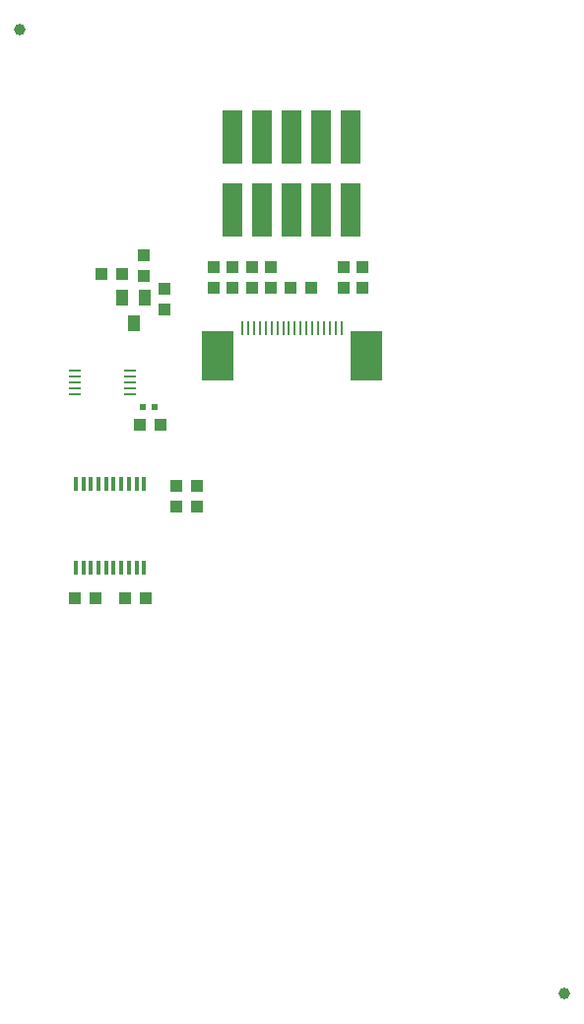
<source format=gbr>
%TF.GenerationSoftware,KiCad,Pcbnew,7.0.9-7.0.9~ubuntu22.04.1*%
%TF.CreationDate,2025-03-11T13:54:09+02:00*%
%TF.ProjectId,MOD-LCD2.8RTP_Rev_D,4d4f442d-4c43-4443-922e-385254505f52,D*%
%TF.SameCoordinates,PX2aea540PY8677d40*%
%TF.FileFunction,Paste,Top*%
%TF.FilePolarity,Positive*%
%FSLAX46Y46*%
G04 Gerber Fmt 4.6, Leading zero omitted, Abs format (unit mm)*
G04 Created by KiCad (PCBNEW 7.0.9-7.0.9~ubuntu22.04.1) date 2025-03-11 13:54:09*
%MOMM*%
%LPD*%
G01*
G04 APERTURE LIST*
G04 Aperture macros list*
%AMOutline4P*
0 Free polygon, 4 corners , with rotation*
0 The origin of the aperture is its center*
0 number of corners: always 4*
0 $1 to $8 corner X, Y*
0 $9 Rotation angle, in degrees counterclockwise*
0 create outline with 4 corners*
4,1,4,$1,$2,$3,$4,$5,$6,$7,$8,$1,$2,$9*%
G04 Aperture macros list end*
%ADD10R,1.016000X1.016000*%
%ADD11R,1.000000X1.400000*%
%ADD12R,0.325000X1.270000*%
%ADD13R,0.500000X0.550000*%
%ADD14R,0.980000X0.230000*%
%ADD15Outline4P,-0.850000X-2.275000X0.850000X-2.275000X0.850000X2.275000X-0.850000X2.275000X0.000000*%
%ADD16C,1.000000*%
%ADD17R,2.700000X4.300000*%
%ADD18R,0.230000X1.200000*%
G04 APERTURE END LIST*
D10*
%TO.C,C1*%
X24850000Y62260000D03*
X26628000Y62260000D03*
%TD*%
%TO.C,C2*%
X6308000Y35590000D03*
X8086000Y35590000D03*
%TD*%
%TO.C,C3*%
X8594000Y63403000D03*
X10372000Y63403000D03*
%TD*%
D11*
%TO.C,FET1*%
X12337960Y61383440D03*
X10435500Y61383440D03*
X11390540Y59173640D03*
%TD*%
D10*
%TO.C,R1*%
X23199000Y64038000D03*
X23199000Y62260000D03*
%TD*%
%TO.C,R2*%
X21548000Y64038000D03*
X21548000Y62260000D03*
%TD*%
%TO.C,R3*%
X19897000Y64038000D03*
X19897000Y62260000D03*
%TD*%
%TO.C,R4*%
X18246000Y64038000D03*
X18246000Y62260000D03*
%TD*%
D12*
%TO.C,U1*%
X6431000Y38193500D03*
X7081000Y38193500D03*
X7731000Y38193500D03*
X8381000Y38193500D03*
X9031000Y38193500D03*
X9681000Y38193500D03*
X10331000Y38193500D03*
X10981000Y38193500D03*
X11631000Y38193500D03*
X12281000Y38193500D03*
X12281000Y45432500D03*
X11631000Y45432500D03*
X10981000Y45432500D03*
X10331000Y45432500D03*
X9681000Y45432500D03*
X9031000Y45432500D03*
X8381000Y45432500D03*
X7731000Y45432500D03*
X7081000Y45432500D03*
X6431000Y45432500D03*
%TD*%
D10*
%TO.C,R7*%
X10626000Y35590000D03*
X12404000Y35590000D03*
%TD*%
%TO.C,R8*%
X15071000Y43464000D03*
X16849000Y43464000D03*
%TD*%
%TO.C,R9*%
X15071000Y45242000D03*
X16849000Y45242000D03*
%TD*%
%TO.C,R5*%
X12277000Y65054000D03*
X12277000Y63276000D03*
%TD*%
%TO.C,R6*%
X14055000Y60355000D03*
X14055000Y62133000D03*
%TD*%
%TO.C,C4*%
X29422000Y62260000D03*
X29422000Y64038000D03*
%TD*%
%TO.C,R10*%
X31073000Y64038000D03*
X31073000Y62260000D03*
%TD*%
D13*
%TO.C,C5*%
X12150000Y51973000D03*
X13166000Y51973000D03*
%TD*%
D10*
%TO.C,C6*%
X11896000Y50449000D03*
X13674000Y50449000D03*
%TD*%
D14*
%TO.C,U2*%
X11121000Y53132000D03*
X11121000Y53632000D03*
X11121000Y54132000D03*
X11121000Y54632000D03*
X11121000Y55132000D03*
X6321000Y55132000D03*
X6321000Y54632000D03*
X6321000Y54132000D03*
X6321000Y53632000D03*
X6321000Y53132000D03*
%TD*%
D15*
%TO.C,UEXT1*%
X19920000Y75225000D03*
X19920000Y68975000D03*
X22460000Y75225000D03*
X22460000Y68975000D03*
X25000000Y75225000D03*
X25000000Y68975000D03*
X27540000Y75225000D03*
X27540000Y68975000D03*
X30080000Y75225000D03*
X30080000Y68975000D03*
%TD*%
D16*
%TO.C,FID2*%
X48400000Y1600000D03*
%TD*%
%TO.C,FID4*%
X1600000Y84400000D03*
%TD*%
D17*
%TO.C,LCD1*%
X18600000Y56450000D03*
D18*
X20750000Y58800000D03*
X21250000Y58800000D03*
X21750000Y58800000D03*
X22250000Y58800000D03*
X22750000Y58800000D03*
X23250000Y58800000D03*
X23750000Y58800000D03*
X24250000Y58800000D03*
X24750000Y58800000D03*
X25250000Y58800000D03*
X25750000Y58800000D03*
X26250000Y58800000D03*
X26750000Y58800000D03*
X27250000Y58800000D03*
X27750000Y58800000D03*
X28250000Y58800000D03*
X28750000Y58800000D03*
X29250000Y58800000D03*
D17*
X31400000Y56450000D03*
%TD*%
M02*

</source>
